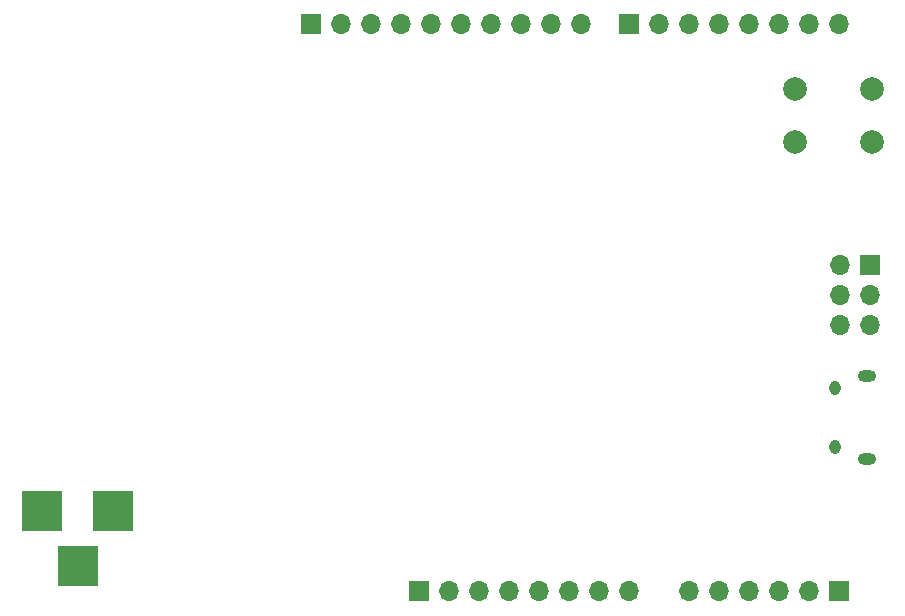
<source format=gbs>
G04 #@! TF.FileFunction,Soldermask,Bot*
%FSLAX46Y46*%
G04 Gerber Fmt 4.6, Leading zero omitted, Abs format (unit mm)*
G04 Created by KiCad (PCBNEW 4.0.7) date Sunday, July 29, 2018 'PMt' 07:28:34 PM*
%MOMM*%
%LPD*%
G01*
G04 APERTURE LIST*
%ADD10C,0.100000*%
%ADD11R,1.700000X1.700000*%
%ADD12O,1.700000X1.700000*%
%ADD13O,0.950000X1.250000*%
%ADD14O,1.550000X1.000000*%
%ADD15R,3.500000X3.500000*%
%ADD16C,2.000000*%
G04 APERTURE END LIST*
D10*
D11*
X209658000Y-105686000D03*
D12*
X207118000Y-105686000D03*
X209658000Y-108226000D03*
X207118000Y-108226000D03*
X209658000Y-110766000D03*
X207118000Y-110766000D03*
D13*
X206676000Y-121118000D03*
X206676000Y-116118000D03*
D14*
X209376000Y-122118000D03*
X209376000Y-115118000D03*
D15*
X145542000Y-126492000D03*
X139542000Y-126492000D03*
X142542000Y-131192000D03*
D11*
X171438000Y-133316000D03*
D12*
X173978000Y-133316000D03*
X176518000Y-133316000D03*
X179058000Y-133316000D03*
X181598000Y-133316000D03*
X184138000Y-133316000D03*
X186678000Y-133316000D03*
X189218000Y-133316000D03*
D11*
X162314000Y-85316000D03*
D12*
X164854000Y-85316000D03*
X167394000Y-85316000D03*
X169934000Y-85316000D03*
X172474000Y-85316000D03*
X175014000Y-85316000D03*
X177554000Y-85316000D03*
X180094000Y-85316000D03*
X182634000Y-85316000D03*
X185174000Y-85316000D03*
D11*
X189238000Y-85316000D03*
D12*
X191778000Y-85316000D03*
X194318000Y-85316000D03*
X196858000Y-85316000D03*
X199398000Y-85316000D03*
X201938000Y-85316000D03*
X204478000Y-85316000D03*
X207018000Y-85316000D03*
D11*
X207018000Y-133316000D03*
D12*
X204478000Y-133316000D03*
X201938000Y-133316000D03*
X199398000Y-133316000D03*
X196858000Y-133316000D03*
X194318000Y-133316000D03*
D16*
X209804000Y-90750000D03*
X209804000Y-95250000D03*
X203304000Y-90750000D03*
X203304000Y-95250000D03*
M02*

</source>
